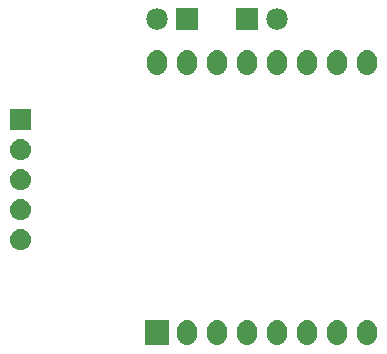
<source format=gbr>
G04 #@! TF.GenerationSoftware,KiCad,Pcbnew,(5.1.2)-2*
G04 #@! TF.CreationDate,2019-08-08T14:41:15+02:00*
G04 #@! TF.ProjectId,esp8266_8x8MatrixLed,65737038-3236-4365-9f38-78384d617472,rev?*
G04 #@! TF.SameCoordinates,Original*
G04 #@! TF.FileFunction,Soldermask,Top*
G04 #@! TF.FilePolarity,Negative*
%FSLAX46Y46*%
G04 Gerber Fmt 4.6, Leading zero omitted, Abs format (unit mm)*
G04 Created by KiCad (PCBNEW (5.1.2)-2) date 2019-08-08 14:41:15*
%MOMM*%
%LPD*%
G04 APERTURE LIST*
%ADD10C,0.100000*%
G04 APERTURE END LIST*
D10*
G36*
X93511822Y-56619313D02*
G01*
X93672241Y-56667976D01*
X93820077Y-56746995D01*
X93949659Y-56853341D01*
X94056004Y-56982922D01*
X94056005Y-56982924D01*
X94135024Y-57130758D01*
X94183687Y-57291177D01*
X94196000Y-57416196D01*
X94196000Y-57899803D01*
X94183687Y-58024822D01*
X94135024Y-58185242D01*
X94064114Y-58317906D01*
X94056004Y-58333078D01*
X93949659Y-58462659D01*
X93820078Y-58569004D01*
X93820076Y-58569005D01*
X93672242Y-58648024D01*
X93511823Y-58696687D01*
X93345000Y-58713117D01*
X93178178Y-58696687D01*
X93017759Y-58648024D01*
X92869925Y-58569005D01*
X92869923Y-58569004D01*
X92740342Y-58462659D01*
X92633996Y-58333078D01*
X92625886Y-58317906D01*
X92554976Y-58185242D01*
X92506313Y-58024823D01*
X92494000Y-57899804D01*
X92494000Y-57416197D01*
X92506313Y-57291178D01*
X92554976Y-57130759D01*
X92633995Y-56982923D01*
X92740341Y-56853341D01*
X92869922Y-56746996D01*
X92885094Y-56738886D01*
X93017758Y-56667976D01*
X93178177Y-56619313D01*
X93345000Y-56602883D01*
X93511822Y-56619313D01*
X93511822Y-56619313D01*
G37*
G36*
X90971822Y-56619313D02*
G01*
X91132241Y-56667976D01*
X91280077Y-56746995D01*
X91409659Y-56853341D01*
X91516004Y-56982922D01*
X91516005Y-56982924D01*
X91595024Y-57130758D01*
X91643687Y-57291177D01*
X91656000Y-57416196D01*
X91656000Y-57899803D01*
X91643687Y-58024822D01*
X91595024Y-58185242D01*
X91524114Y-58317906D01*
X91516004Y-58333078D01*
X91409659Y-58462659D01*
X91280078Y-58569004D01*
X91280076Y-58569005D01*
X91132242Y-58648024D01*
X90971823Y-58696687D01*
X90805000Y-58713117D01*
X90638178Y-58696687D01*
X90477759Y-58648024D01*
X90329925Y-58569005D01*
X90329923Y-58569004D01*
X90200342Y-58462659D01*
X90093996Y-58333078D01*
X90085886Y-58317906D01*
X90014976Y-58185242D01*
X89966313Y-58024823D01*
X89954000Y-57899804D01*
X89954000Y-57416197D01*
X89966313Y-57291178D01*
X90014976Y-57130759D01*
X90093995Y-56982923D01*
X90200341Y-56853341D01*
X90329922Y-56746996D01*
X90345094Y-56738886D01*
X90477758Y-56667976D01*
X90638177Y-56619313D01*
X90805000Y-56602883D01*
X90971822Y-56619313D01*
X90971822Y-56619313D01*
G37*
G36*
X96051822Y-56619313D02*
G01*
X96212241Y-56667976D01*
X96360077Y-56746995D01*
X96489659Y-56853341D01*
X96596004Y-56982922D01*
X96596005Y-56982924D01*
X96675024Y-57130758D01*
X96723687Y-57291177D01*
X96736000Y-57416196D01*
X96736000Y-57899803D01*
X96723687Y-58024822D01*
X96675024Y-58185242D01*
X96604114Y-58317906D01*
X96596004Y-58333078D01*
X96489659Y-58462659D01*
X96360078Y-58569004D01*
X96360076Y-58569005D01*
X96212242Y-58648024D01*
X96051823Y-58696687D01*
X95885000Y-58713117D01*
X95718178Y-58696687D01*
X95557759Y-58648024D01*
X95409925Y-58569005D01*
X95409923Y-58569004D01*
X95280342Y-58462659D01*
X95173996Y-58333078D01*
X95165886Y-58317906D01*
X95094976Y-58185242D01*
X95046313Y-58024823D01*
X95034000Y-57899804D01*
X95034000Y-57416197D01*
X95046313Y-57291178D01*
X95094976Y-57130759D01*
X95173995Y-56982923D01*
X95280341Y-56853341D01*
X95409922Y-56746996D01*
X95425094Y-56738886D01*
X95557758Y-56667976D01*
X95718177Y-56619313D01*
X95885000Y-56602883D01*
X96051822Y-56619313D01*
X96051822Y-56619313D01*
G37*
G36*
X98591822Y-56619313D02*
G01*
X98752241Y-56667976D01*
X98900077Y-56746995D01*
X99029659Y-56853341D01*
X99136004Y-56982922D01*
X99136005Y-56982924D01*
X99215024Y-57130758D01*
X99263687Y-57291177D01*
X99276000Y-57416196D01*
X99276000Y-57899803D01*
X99263687Y-58024822D01*
X99215024Y-58185242D01*
X99144114Y-58317906D01*
X99136004Y-58333078D01*
X99029659Y-58462659D01*
X98900078Y-58569004D01*
X98900076Y-58569005D01*
X98752242Y-58648024D01*
X98591823Y-58696687D01*
X98425000Y-58713117D01*
X98258178Y-58696687D01*
X98097759Y-58648024D01*
X97949925Y-58569005D01*
X97949923Y-58569004D01*
X97820342Y-58462659D01*
X97713996Y-58333078D01*
X97705886Y-58317906D01*
X97634976Y-58185242D01*
X97586313Y-58024823D01*
X97574000Y-57899804D01*
X97574000Y-57416197D01*
X97586313Y-57291178D01*
X97634976Y-57130759D01*
X97713995Y-56982923D01*
X97820341Y-56853341D01*
X97949922Y-56746996D01*
X97965094Y-56738886D01*
X98097758Y-56667976D01*
X98258177Y-56619313D01*
X98425000Y-56602883D01*
X98591822Y-56619313D01*
X98591822Y-56619313D01*
G37*
G36*
X101131822Y-56619313D02*
G01*
X101292241Y-56667976D01*
X101440077Y-56746995D01*
X101569659Y-56853341D01*
X101676004Y-56982922D01*
X101676005Y-56982924D01*
X101755024Y-57130758D01*
X101803687Y-57291177D01*
X101816000Y-57416196D01*
X101816000Y-57899803D01*
X101803687Y-58024822D01*
X101755024Y-58185242D01*
X101684114Y-58317906D01*
X101676004Y-58333078D01*
X101569659Y-58462659D01*
X101440078Y-58569004D01*
X101440076Y-58569005D01*
X101292242Y-58648024D01*
X101131823Y-58696687D01*
X100965000Y-58713117D01*
X100798178Y-58696687D01*
X100637759Y-58648024D01*
X100489925Y-58569005D01*
X100489923Y-58569004D01*
X100360342Y-58462659D01*
X100253996Y-58333078D01*
X100245886Y-58317906D01*
X100174976Y-58185242D01*
X100126313Y-58024823D01*
X100114000Y-57899804D01*
X100114000Y-57416197D01*
X100126313Y-57291178D01*
X100174976Y-57130759D01*
X100253995Y-56982923D01*
X100360341Y-56853341D01*
X100489922Y-56746996D01*
X100505094Y-56738886D01*
X100637758Y-56667976D01*
X100798177Y-56619313D01*
X100965000Y-56602883D01*
X101131822Y-56619313D01*
X101131822Y-56619313D01*
G37*
G36*
X103671822Y-56619313D02*
G01*
X103832241Y-56667976D01*
X103980077Y-56746995D01*
X104109659Y-56853341D01*
X104216004Y-56982922D01*
X104216005Y-56982924D01*
X104295024Y-57130758D01*
X104343687Y-57291177D01*
X104356000Y-57416196D01*
X104356000Y-57899803D01*
X104343687Y-58024822D01*
X104295024Y-58185242D01*
X104224114Y-58317906D01*
X104216004Y-58333078D01*
X104109659Y-58462659D01*
X103980078Y-58569004D01*
X103980076Y-58569005D01*
X103832242Y-58648024D01*
X103671823Y-58696687D01*
X103505000Y-58713117D01*
X103338178Y-58696687D01*
X103177759Y-58648024D01*
X103029925Y-58569005D01*
X103029923Y-58569004D01*
X102900342Y-58462659D01*
X102793996Y-58333078D01*
X102785886Y-58317906D01*
X102714976Y-58185242D01*
X102666313Y-58024823D01*
X102654000Y-57899804D01*
X102654000Y-57416197D01*
X102666313Y-57291178D01*
X102714976Y-57130759D01*
X102793995Y-56982923D01*
X102900341Y-56853341D01*
X103029922Y-56746996D01*
X103045094Y-56738886D01*
X103177758Y-56667976D01*
X103338177Y-56619313D01*
X103505000Y-56602883D01*
X103671822Y-56619313D01*
X103671822Y-56619313D01*
G37*
G36*
X106211822Y-56619313D02*
G01*
X106372241Y-56667976D01*
X106520077Y-56746995D01*
X106649659Y-56853341D01*
X106756004Y-56982922D01*
X106756005Y-56982924D01*
X106835024Y-57130758D01*
X106883687Y-57291177D01*
X106896000Y-57416196D01*
X106896000Y-57899803D01*
X106883687Y-58024822D01*
X106835024Y-58185242D01*
X106764114Y-58317906D01*
X106756004Y-58333078D01*
X106649659Y-58462659D01*
X106520078Y-58569004D01*
X106520076Y-58569005D01*
X106372242Y-58648024D01*
X106211823Y-58696687D01*
X106045000Y-58713117D01*
X105878178Y-58696687D01*
X105717759Y-58648024D01*
X105569925Y-58569005D01*
X105569923Y-58569004D01*
X105440342Y-58462659D01*
X105333996Y-58333078D01*
X105325886Y-58317906D01*
X105254976Y-58185242D01*
X105206313Y-58024823D01*
X105194000Y-57899804D01*
X105194000Y-57416197D01*
X105206313Y-57291178D01*
X105254976Y-57130759D01*
X105333995Y-56982923D01*
X105440341Y-56853341D01*
X105569922Y-56746996D01*
X105585094Y-56738886D01*
X105717758Y-56667976D01*
X105878177Y-56619313D01*
X106045000Y-56602883D01*
X106211822Y-56619313D01*
X106211822Y-56619313D01*
G37*
G36*
X89316000Y-58709000D02*
G01*
X87214000Y-58709000D01*
X87214000Y-56607000D01*
X89316000Y-56607000D01*
X89316000Y-58709000D01*
X89316000Y-58709000D01*
G37*
G36*
X76818443Y-48889519D02*
G01*
X76884627Y-48896037D01*
X77054466Y-48947557D01*
X77210991Y-49031222D01*
X77246729Y-49060552D01*
X77348186Y-49143814D01*
X77431448Y-49245271D01*
X77460778Y-49281009D01*
X77544443Y-49437534D01*
X77595963Y-49607373D01*
X77613359Y-49784000D01*
X77595963Y-49960627D01*
X77544443Y-50130466D01*
X77460778Y-50286991D01*
X77431448Y-50322729D01*
X77348186Y-50424186D01*
X77246729Y-50507448D01*
X77210991Y-50536778D01*
X77054466Y-50620443D01*
X76884627Y-50671963D01*
X76818443Y-50678481D01*
X76752260Y-50685000D01*
X76663740Y-50685000D01*
X76597557Y-50678481D01*
X76531373Y-50671963D01*
X76361534Y-50620443D01*
X76205009Y-50536778D01*
X76169271Y-50507448D01*
X76067814Y-50424186D01*
X75984552Y-50322729D01*
X75955222Y-50286991D01*
X75871557Y-50130466D01*
X75820037Y-49960627D01*
X75802641Y-49784000D01*
X75820037Y-49607373D01*
X75871557Y-49437534D01*
X75955222Y-49281009D01*
X75984552Y-49245271D01*
X76067814Y-49143814D01*
X76169271Y-49060552D01*
X76205009Y-49031222D01*
X76361534Y-48947557D01*
X76531373Y-48896037D01*
X76597557Y-48889519D01*
X76663740Y-48883000D01*
X76752260Y-48883000D01*
X76818443Y-48889519D01*
X76818443Y-48889519D01*
G37*
G36*
X76818443Y-46349519D02*
G01*
X76884627Y-46356037D01*
X77054466Y-46407557D01*
X77210991Y-46491222D01*
X77246729Y-46520552D01*
X77348186Y-46603814D01*
X77431448Y-46705271D01*
X77460778Y-46741009D01*
X77544443Y-46897534D01*
X77595963Y-47067373D01*
X77613359Y-47244000D01*
X77595963Y-47420627D01*
X77544443Y-47590466D01*
X77460778Y-47746991D01*
X77431448Y-47782729D01*
X77348186Y-47884186D01*
X77246729Y-47967448D01*
X77210991Y-47996778D01*
X77054466Y-48080443D01*
X76884627Y-48131963D01*
X76818443Y-48138481D01*
X76752260Y-48145000D01*
X76663740Y-48145000D01*
X76597558Y-48138482D01*
X76531373Y-48131963D01*
X76361534Y-48080443D01*
X76205009Y-47996778D01*
X76169271Y-47967448D01*
X76067814Y-47884186D01*
X75984552Y-47782729D01*
X75955222Y-47746991D01*
X75871557Y-47590466D01*
X75820037Y-47420627D01*
X75802641Y-47244000D01*
X75820037Y-47067373D01*
X75871557Y-46897534D01*
X75955222Y-46741009D01*
X75984552Y-46705271D01*
X76067814Y-46603814D01*
X76169271Y-46520552D01*
X76205009Y-46491222D01*
X76361534Y-46407557D01*
X76531373Y-46356037D01*
X76597557Y-46349519D01*
X76663740Y-46343000D01*
X76752260Y-46343000D01*
X76818443Y-46349519D01*
X76818443Y-46349519D01*
G37*
G36*
X76818442Y-43809518D02*
G01*
X76884627Y-43816037D01*
X77054466Y-43867557D01*
X77210991Y-43951222D01*
X77246729Y-43980552D01*
X77348186Y-44063814D01*
X77431448Y-44165271D01*
X77460778Y-44201009D01*
X77544443Y-44357534D01*
X77595963Y-44527373D01*
X77613359Y-44704000D01*
X77595963Y-44880627D01*
X77544443Y-45050466D01*
X77460778Y-45206991D01*
X77431448Y-45242729D01*
X77348186Y-45344186D01*
X77246729Y-45427448D01*
X77210991Y-45456778D01*
X77054466Y-45540443D01*
X76884627Y-45591963D01*
X76818443Y-45598481D01*
X76752260Y-45605000D01*
X76663740Y-45605000D01*
X76597557Y-45598481D01*
X76531373Y-45591963D01*
X76361534Y-45540443D01*
X76205009Y-45456778D01*
X76169271Y-45427448D01*
X76067814Y-45344186D01*
X75984552Y-45242729D01*
X75955222Y-45206991D01*
X75871557Y-45050466D01*
X75820037Y-44880627D01*
X75802641Y-44704000D01*
X75820037Y-44527373D01*
X75871557Y-44357534D01*
X75955222Y-44201009D01*
X75984552Y-44165271D01*
X76067814Y-44063814D01*
X76169271Y-43980552D01*
X76205009Y-43951222D01*
X76361534Y-43867557D01*
X76531373Y-43816037D01*
X76597558Y-43809518D01*
X76663740Y-43803000D01*
X76752260Y-43803000D01*
X76818442Y-43809518D01*
X76818442Y-43809518D01*
G37*
G36*
X76818443Y-41269519D02*
G01*
X76884627Y-41276037D01*
X77054466Y-41327557D01*
X77210991Y-41411222D01*
X77246729Y-41440552D01*
X77348186Y-41523814D01*
X77431448Y-41625271D01*
X77460778Y-41661009D01*
X77544443Y-41817534D01*
X77595963Y-41987373D01*
X77613359Y-42164000D01*
X77595963Y-42340627D01*
X77544443Y-42510466D01*
X77460778Y-42666991D01*
X77431448Y-42702729D01*
X77348186Y-42804186D01*
X77246729Y-42887448D01*
X77210991Y-42916778D01*
X77054466Y-43000443D01*
X76884627Y-43051963D01*
X76818442Y-43058482D01*
X76752260Y-43065000D01*
X76663740Y-43065000D01*
X76597558Y-43058482D01*
X76531373Y-43051963D01*
X76361534Y-43000443D01*
X76205009Y-42916778D01*
X76169271Y-42887448D01*
X76067814Y-42804186D01*
X75984552Y-42702729D01*
X75955222Y-42666991D01*
X75871557Y-42510466D01*
X75820037Y-42340627D01*
X75802641Y-42164000D01*
X75820037Y-41987373D01*
X75871557Y-41817534D01*
X75955222Y-41661009D01*
X75984552Y-41625271D01*
X76067814Y-41523814D01*
X76169271Y-41440552D01*
X76205009Y-41411222D01*
X76361534Y-41327557D01*
X76531373Y-41276037D01*
X76597557Y-41269519D01*
X76663740Y-41263000D01*
X76752260Y-41263000D01*
X76818443Y-41269519D01*
X76818443Y-41269519D01*
G37*
G36*
X77609000Y-40525000D02*
G01*
X75807000Y-40525000D01*
X75807000Y-38723000D01*
X77609000Y-38723000D01*
X77609000Y-40525000D01*
X77609000Y-40525000D01*
G37*
G36*
X88431822Y-33759313D02*
G01*
X88592241Y-33807976D01*
X88740077Y-33886995D01*
X88869659Y-33993341D01*
X88976004Y-34122922D01*
X88976005Y-34122924D01*
X89055024Y-34270758D01*
X89103687Y-34431177D01*
X89116000Y-34556196D01*
X89116000Y-35039803D01*
X89103687Y-35164822D01*
X89055024Y-35325242D01*
X88984114Y-35457906D01*
X88976004Y-35473078D01*
X88869659Y-35602659D01*
X88740078Y-35709004D01*
X88740076Y-35709005D01*
X88592242Y-35788024D01*
X88431823Y-35836687D01*
X88265000Y-35853117D01*
X88098178Y-35836687D01*
X87937759Y-35788024D01*
X87789925Y-35709005D01*
X87789923Y-35709004D01*
X87660342Y-35602659D01*
X87553996Y-35473078D01*
X87545886Y-35457906D01*
X87474976Y-35325242D01*
X87426313Y-35164823D01*
X87414000Y-35039804D01*
X87414000Y-34556197D01*
X87426313Y-34431178D01*
X87474976Y-34270759D01*
X87553995Y-34122923D01*
X87660341Y-33993341D01*
X87789922Y-33886996D01*
X87805094Y-33878886D01*
X87937758Y-33807976D01*
X88098177Y-33759313D01*
X88265000Y-33742883D01*
X88431822Y-33759313D01*
X88431822Y-33759313D01*
G37*
G36*
X106211822Y-33759313D02*
G01*
X106372241Y-33807976D01*
X106520077Y-33886995D01*
X106649659Y-33993341D01*
X106756004Y-34122922D01*
X106756005Y-34122924D01*
X106835024Y-34270758D01*
X106883687Y-34431177D01*
X106896000Y-34556196D01*
X106896000Y-35039803D01*
X106883687Y-35164822D01*
X106835024Y-35325242D01*
X106764114Y-35457906D01*
X106756004Y-35473078D01*
X106649659Y-35602659D01*
X106520078Y-35709004D01*
X106520076Y-35709005D01*
X106372242Y-35788024D01*
X106211823Y-35836687D01*
X106045000Y-35853117D01*
X105878178Y-35836687D01*
X105717759Y-35788024D01*
X105569925Y-35709005D01*
X105569923Y-35709004D01*
X105440342Y-35602659D01*
X105333996Y-35473078D01*
X105325886Y-35457906D01*
X105254976Y-35325242D01*
X105206313Y-35164823D01*
X105194000Y-35039804D01*
X105194000Y-34556197D01*
X105206313Y-34431178D01*
X105254976Y-34270759D01*
X105333995Y-34122923D01*
X105440341Y-33993341D01*
X105569922Y-33886996D01*
X105585094Y-33878886D01*
X105717758Y-33807976D01*
X105878177Y-33759313D01*
X106045000Y-33742883D01*
X106211822Y-33759313D01*
X106211822Y-33759313D01*
G37*
G36*
X103671822Y-33759313D02*
G01*
X103832241Y-33807976D01*
X103980077Y-33886995D01*
X104109659Y-33993341D01*
X104216004Y-34122922D01*
X104216005Y-34122924D01*
X104295024Y-34270758D01*
X104343687Y-34431177D01*
X104356000Y-34556196D01*
X104356000Y-35039803D01*
X104343687Y-35164822D01*
X104295024Y-35325242D01*
X104224114Y-35457906D01*
X104216004Y-35473078D01*
X104109659Y-35602659D01*
X103980078Y-35709004D01*
X103980076Y-35709005D01*
X103832242Y-35788024D01*
X103671823Y-35836687D01*
X103505000Y-35853117D01*
X103338178Y-35836687D01*
X103177759Y-35788024D01*
X103029925Y-35709005D01*
X103029923Y-35709004D01*
X102900342Y-35602659D01*
X102793996Y-35473078D01*
X102785886Y-35457906D01*
X102714976Y-35325242D01*
X102666313Y-35164823D01*
X102654000Y-35039804D01*
X102654000Y-34556197D01*
X102666313Y-34431178D01*
X102714976Y-34270759D01*
X102793995Y-34122923D01*
X102900341Y-33993341D01*
X103029922Y-33886996D01*
X103045094Y-33878886D01*
X103177758Y-33807976D01*
X103338177Y-33759313D01*
X103505000Y-33742883D01*
X103671822Y-33759313D01*
X103671822Y-33759313D01*
G37*
G36*
X101131822Y-33759313D02*
G01*
X101292241Y-33807976D01*
X101440077Y-33886995D01*
X101569659Y-33993341D01*
X101676004Y-34122922D01*
X101676005Y-34122924D01*
X101755024Y-34270758D01*
X101803687Y-34431177D01*
X101816000Y-34556196D01*
X101816000Y-35039803D01*
X101803687Y-35164822D01*
X101755024Y-35325242D01*
X101684114Y-35457906D01*
X101676004Y-35473078D01*
X101569659Y-35602659D01*
X101440078Y-35709004D01*
X101440076Y-35709005D01*
X101292242Y-35788024D01*
X101131823Y-35836687D01*
X100965000Y-35853117D01*
X100798178Y-35836687D01*
X100637759Y-35788024D01*
X100489925Y-35709005D01*
X100489923Y-35709004D01*
X100360342Y-35602659D01*
X100253996Y-35473078D01*
X100245886Y-35457906D01*
X100174976Y-35325242D01*
X100126313Y-35164823D01*
X100114000Y-35039804D01*
X100114000Y-34556197D01*
X100126313Y-34431178D01*
X100174976Y-34270759D01*
X100253995Y-34122923D01*
X100360341Y-33993341D01*
X100489922Y-33886996D01*
X100505094Y-33878886D01*
X100637758Y-33807976D01*
X100798177Y-33759313D01*
X100965000Y-33742883D01*
X101131822Y-33759313D01*
X101131822Y-33759313D01*
G37*
G36*
X96051822Y-33759313D02*
G01*
X96212241Y-33807976D01*
X96360077Y-33886995D01*
X96489659Y-33993341D01*
X96596004Y-34122922D01*
X96596005Y-34122924D01*
X96675024Y-34270758D01*
X96723687Y-34431177D01*
X96736000Y-34556196D01*
X96736000Y-35039803D01*
X96723687Y-35164822D01*
X96675024Y-35325242D01*
X96604114Y-35457906D01*
X96596004Y-35473078D01*
X96489659Y-35602659D01*
X96360078Y-35709004D01*
X96360076Y-35709005D01*
X96212242Y-35788024D01*
X96051823Y-35836687D01*
X95885000Y-35853117D01*
X95718178Y-35836687D01*
X95557759Y-35788024D01*
X95409925Y-35709005D01*
X95409923Y-35709004D01*
X95280342Y-35602659D01*
X95173996Y-35473078D01*
X95165886Y-35457906D01*
X95094976Y-35325242D01*
X95046313Y-35164823D01*
X95034000Y-35039804D01*
X95034000Y-34556197D01*
X95046313Y-34431178D01*
X95094976Y-34270759D01*
X95173995Y-34122923D01*
X95280341Y-33993341D01*
X95409922Y-33886996D01*
X95425094Y-33878886D01*
X95557758Y-33807976D01*
X95718177Y-33759313D01*
X95885000Y-33742883D01*
X96051822Y-33759313D01*
X96051822Y-33759313D01*
G37*
G36*
X90971822Y-33759313D02*
G01*
X91132241Y-33807976D01*
X91280077Y-33886995D01*
X91409659Y-33993341D01*
X91516004Y-34122922D01*
X91516005Y-34122924D01*
X91595024Y-34270758D01*
X91643687Y-34431177D01*
X91656000Y-34556196D01*
X91656000Y-35039803D01*
X91643687Y-35164822D01*
X91595024Y-35325242D01*
X91524114Y-35457906D01*
X91516004Y-35473078D01*
X91409659Y-35602659D01*
X91280078Y-35709004D01*
X91280076Y-35709005D01*
X91132242Y-35788024D01*
X90971823Y-35836687D01*
X90805000Y-35853117D01*
X90638178Y-35836687D01*
X90477759Y-35788024D01*
X90329925Y-35709005D01*
X90329923Y-35709004D01*
X90200342Y-35602659D01*
X90093996Y-35473078D01*
X90085886Y-35457906D01*
X90014976Y-35325242D01*
X89966313Y-35164823D01*
X89954000Y-35039804D01*
X89954000Y-34556197D01*
X89966313Y-34431178D01*
X90014976Y-34270759D01*
X90093995Y-34122923D01*
X90200341Y-33993341D01*
X90329922Y-33886996D01*
X90345094Y-33878886D01*
X90477758Y-33807976D01*
X90638177Y-33759313D01*
X90805000Y-33742883D01*
X90971822Y-33759313D01*
X90971822Y-33759313D01*
G37*
G36*
X93511822Y-33759313D02*
G01*
X93672241Y-33807976D01*
X93820077Y-33886995D01*
X93949659Y-33993341D01*
X94056004Y-34122922D01*
X94056005Y-34122924D01*
X94135024Y-34270758D01*
X94183687Y-34431177D01*
X94196000Y-34556196D01*
X94196000Y-35039803D01*
X94183687Y-35164822D01*
X94135024Y-35325242D01*
X94064114Y-35457906D01*
X94056004Y-35473078D01*
X93949659Y-35602659D01*
X93820078Y-35709004D01*
X93820076Y-35709005D01*
X93672242Y-35788024D01*
X93511823Y-35836687D01*
X93345000Y-35853117D01*
X93178178Y-35836687D01*
X93017759Y-35788024D01*
X92869925Y-35709005D01*
X92869923Y-35709004D01*
X92740342Y-35602659D01*
X92633996Y-35473078D01*
X92625886Y-35457906D01*
X92554976Y-35325242D01*
X92506313Y-35164823D01*
X92494000Y-35039804D01*
X92494000Y-34556197D01*
X92506313Y-34431178D01*
X92554976Y-34270759D01*
X92633995Y-34122923D01*
X92740341Y-33993341D01*
X92869922Y-33886996D01*
X92885094Y-33878886D01*
X93017758Y-33807976D01*
X93178177Y-33759313D01*
X93345000Y-33742883D01*
X93511822Y-33759313D01*
X93511822Y-33759313D01*
G37*
G36*
X98591822Y-33759313D02*
G01*
X98752241Y-33807976D01*
X98900077Y-33886995D01*
X99029659Y-33993341D01*
X99136004Y-34122922D01*
X99136005Y-34122924D01*
X99215024Y-34270758D01*
X99263687Y-34431177D01*
X99276000Y-34556196D01*
X99276000Y-35039803D01*
X99263687Y-35164822D01*
X99215024Y-35325242D01*
X99144114Y-35457906D01*
X99136004Y-35473078D01*
X99029659Y-35602659D01*
X98900078Y-35709004D01*
X98900076Y-35709005D01*
X98752242Y-35788024D01*
X98591823Y-35836687D01*
X98425000Y-35853117D01*
X98258178Y-35836687D01*
X98097759Y-35788024D01*
X97949925Y-35709005D01*
X97949923Y-35709004D01*
X97820342Y-35602659D01*
X97713996Y-35473078D01*
X97705886Y-35457906D01*
X97634976Y-35325242D01*
X97586313Y-35164823D01*
X97574000Y-35039804D01*
X97574000Y-34556197D01*
X97586313Y-34431178D01*
X97634976Y-34270759D01*
X97713995Y-34122923D01*
X97820341Y-33993341D01*
X97949922Y-33886996D01*
X97965094Y-33878886D01*
X98097758Y-33807976D01*
X98258177Y-33759313D01*
X98425000Y-33742883D01*
X98591822Y-33759313D01*
X98591822Y-33759313D01*
G37*
G36*
X98535442Y-30220518D02*
G01*
X98601627Y-30227037D01*
X98771466Y-30278557D01*
X98927991Y-30362222D01*
X98963729Y-30391552D01*
X99065186Y-30474814D01*
X99148448Y-30576271D01*
X99177778Y-30612009D01*
X99261443Y-30768534D01*
X99312963Y-30938373D01*
X99330359Y-31115000D01*
X99312963Y-31291627D01*
X99261443Y-31461466D01*
X99177778Y-31617991D01*
X99148448Y-31653729D01*
X99065186Y-31755186D01*
X98963729Y-31838448D01*
X98927991Y-31867778D01*
X98771466Y-31951443D01*
X98601627Y-32002963D01*
X98535443Y-32009481D01*
X98469260Y-32016000D01*
X98380740Y-32016000D01*
X98314557Y-32009481D01*
X98248373Y-32002963D01*
X98078534Y-31951443D01*
X97922009Y-31867778D01*
X97886271Y-31838448D01*
X97784814Y-31755186D01*
X97701552Y-31653729D01*
X97672222Y-31617991D01*
X97588557Y-31461466D01*
X97537037Y-31291627D01*
X97519641Y-31115000D01*
X97537037Y-30938373D01*
X97588557Y-30768534D01*
X97672222Y-30612009D01*
X97701552Y-30576271D01*
X97784814Y-30474814D01*
X97886271Y-30391552D01*
X97922009Y-30362222D01*
X98078534Y-30278557D01*
X98248373Y-30227037D01*
X98314558Y-30220518D01*
X98380740Y-30214000D01*
X98469260Y-30214000D01*
X98535442Y-30220518D01*
X98535442Y-30220518D01*
G37*
G36*
X96786000Y-32016000D02*
G01*
X94984000Y-32016000D01*
X94984000Y-30214000D01*
X96786000Y-30214000D01*
X96786000Y-32016000D01*
X96786000Y-32016000D01*
G37*
G36*
X91706000Y-32016000D02*
G01*
X89904000Y-32016000D01*
X89904000Y-30214000D01*
X91706000Y-30214000D01*
X91706000Y-32016000D01*
X91706000Y-32016000D01*
G37*
G36*
X88375442Y-30220518D02*
G01*
X88441627Y-30227037D01*
X88611466Y-30278557D01*
X88767991Y-30362222D01*
X88803729Y-30391552D01*
X88905186Y-30474814D01*
X88988448Y-30576271D01*
X89017778Y-30612009D01*
X89101443Y-30768534D01*
X89152963Y-30938373D01*
X89170359Y-31115000D01*
X89152963Y-31291627D01*
X89101443Y-31461466D01*
X89017778Y-31617991D01*
X88988448Y-31653729D01*
X88905186Y-31755186D01*
X88803729Y-31838448D01*
X88767991Y-31867778D01*
X88611466Y-31951443D01*
X88441627Y-32002963D01*
X88375443Y-32009481D01*
X88309260Y-32016000D01*
X88220740Y-32016000D01*
X88154557Y-32009481D01*
X88088373Y-32002963D01*
X87918534Y-31951443D01*
X87762009Y-31867778D01*
X87726271Y-31838448D01*
X87624814Y-31755186D01*
X87541552Y-31653729D01*
X87512222Y-31617991D01*
X87428557Y-31461466D01*
X87377037Y-31291627D01*
X87359641Y-31115000D01*
X87377037Y-30938373D01*
X87428557Y-30768534D01*
X87512222Y-30612009D01*
X87541552Y-30576271D01*
X87624814Y-30474814D01*
X87726271Y-30391552D01*
X87762009Y-30362222D01*
X87918534Y-30278557D01*
X88088373Y-30227037D01*
X88154558Y-30220518D01*
X88220740Y-30214000D01*
X88309260Y-30214000D01*
X88375442Y-30220518D01*
X88375442Y-30220518D01*
G37*
M02*

</source>
